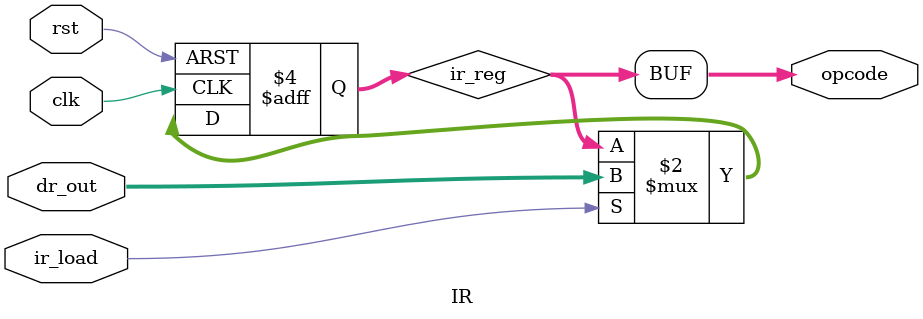
<source format=v>
module IR(
	input clk,
	input rst,
	input ir_load,
	input [7:0] dr_out,
	output [7:0] opcode
	);
	
reg [7:0] ir_reg;

always @(posedge clk, posedge rst) begin
	if(rst) ir_reg<=8'b0;
	else if(ir_load) ir_reg<=dr_out;
end

assign opcode=ir_reg;

endmodule

</source>
